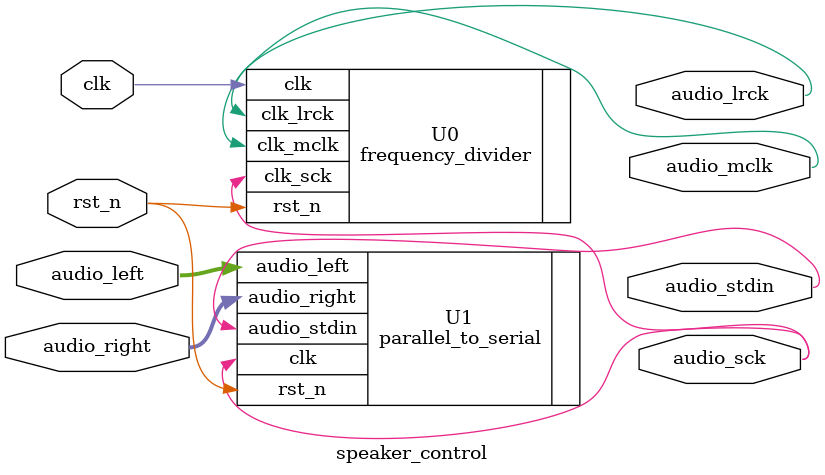
<source format=v>
`timescale 1ns / 1ps

module speaker_control(    
    audio_mclk,
    audio_lrck,
    audio_sck,
    audio_stdin,
    audio_left,
    audio_right,
    clk,
    rst_n
);
output audio_mclk, audio_lrck, audio_sck, audio_stdin;
input [15:0] audio_left, audio_right;
input clk, rst_n;
wire audio_sck;

frequency_divider U0(    
    .clk_mclk(audio_mclk),       //generated 25MHz clock
    .clk_lrck(audio_lrck),       //generated 25MHz/128 clock
    .clk_sck(audio_sck),         //generated 25MHz/4 clock
    .clk(clk),                   //clock from crystal
    .rst_n(rst_n)                //active low reset
);

parallel_to_serial U1(
    .audio_stdin(audio_stdin),
    .audio_left(audio_left),
    .audio_right(audio_right),
    .clk(audio_sck),              // 25MHz / 4
    .rst_n(rst_n)
);

endmodule

</source>
